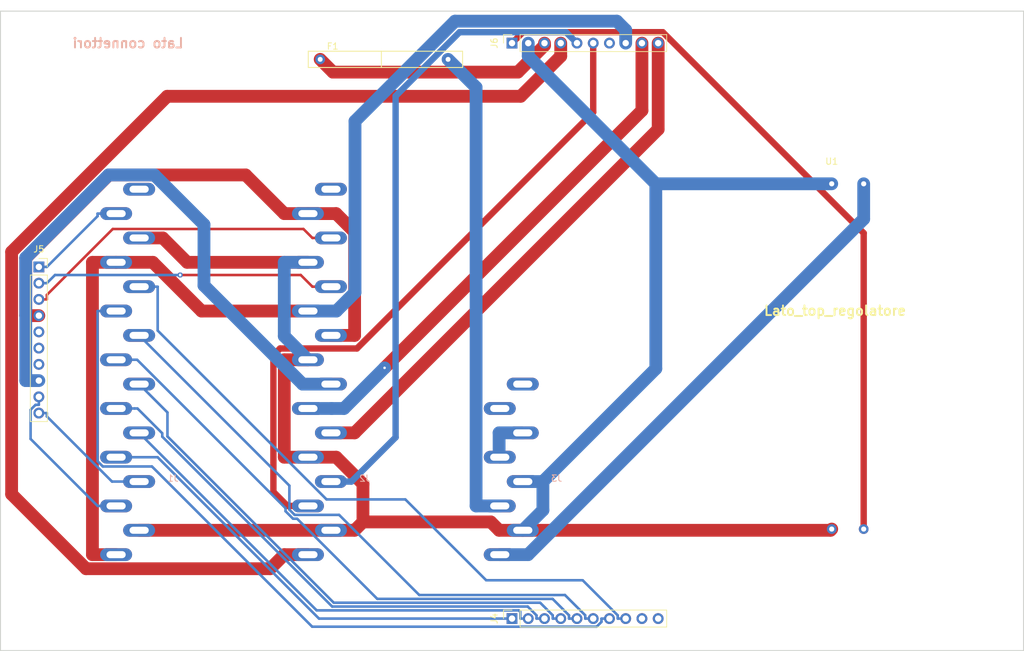
<source format=kicad_pcb>
(kicad_pcb (version 20171130) (host pcbnew "(5.0.2)-1")

  (general
    (thickness 1.6)
    (drawings 6)
    (tracks 196)
    (zones 0)
    (modules 8)
    (nets 38)
  )

  (page A4)
  (layers
    (0 F.Cu signal)
    (31 B.Cu signal)
    (32 B.Adhes user)
    (33 F.Adhes user)
    (34 B.Paste user)
    (35 F.Paste user)
    (36 B.SilkS user)
    (37 F.SilkS user)
    (38 B.Mask user)
    (39 F.Mask user)
    (40 Dwgs.User user)
    (41 Cmts.User user)
    (42 Eco1.User user)
    (43 Eco2.User user)
    (44 Edge.Cuts user)
    (45 Margin user)
    (46 B.CrtYd user)
    (47 F.CrtYd user)
    (48 B.Fab user)
    (49 F.Fab user)
  )

  (setup
    (last_trace_width 0.4)
    (trace_clearance 0.2)
    (zone_clearance 0.508)
    (zone_45_only no)
    (trace_min 0.2)
    (segment_width 0.2)
    (edge_width 0.15)
    (via_size 0.8)
    (via_drill 0.4)
    (via_min_size 0.4)
    (via_min_drill 0.3)
    (uvia_size 0.3)
    (uvia_drill 0.1)
    (uvias_allowed no)
    (uvia_min_size 0.2)
    (uvia_min_drill 0.1)
    (pcb_text_width 0.3)
    (pcb_text_size 1.5 1.5)
    (mod_edge_width 0.15)
    (mod_text_size 1 1)
    (mod_text_width 0.15)
    (pad_size 1.524 1.524)
    (pad_drill 0.762)
    (pad_to_mask_clearance 0.051)
    (solder_mask_min_width 0.25)
    (aux_axis_origin 0 0)
    (visible_elements 7FFFFFFF)
    (pcbplotparams
      (layerselection 0x010fc_ffffffff)
      (usegerberextensions false)
      (usegerberattributes false)
      (usegerberadvancedattributes false)
      (creategerberjobfile false)
      (excludeedgelayer true)
      (linewidth 0.100000)
      (plotframeref false)
      (viasonmask false)
      (mode 1)
      (useauxorigin false)
      (hpglpennumber 1)
      (hpglpenspeed 20)
      (hpglpendiameter 15.000000)
      (psnegative false)
      (psa4output false)
      (plotreference true)
      (plotvalue true)
      (plotinvisibletext false)
      (padsonsilk false)
      (subtractmaskfromsilk false)
      (outputformat 1)
      (mirror false)
      (drillshape 0)
      (scaleselection 1)
      (outputdirectory "../../Gerber/Board_101120/connettori/"))
  )

  (net 0 "")
  (net 1 CELLA+)
  (net 2 giallo)
  (net 3 "Net-(J3-Pad7)")
  (net 4 "Net-(J3-Pad8)")
  (net 5 +5V)
  (net 6 SDA)
  (net 7 SCL)
  (net 8 R0)
  (net 9 R1)
  (net 10 R2)
  (net 11 R3)
  (net 12 KC0)
  (net 13 KC1)
  (net 14 KC2)
  (net 15 KC3)
  (net 16 DHT11)
  (net 17 "Net-(J1-Pad16)")
  (net 18 "Net-(J2-Pad16)")
  (net 19 gallIN)
  (net 20 startIN)
  (net 21 LEDrosso)
  (net 22 VCCventola)
  (net 23 GND)
  (net 24 LEDverde)
  (net 25 ET1_A10)
  (net 26 "Net-(J4-Pad9)")
  (net 27 "Net-(J4-Pad10)")
  (net 28 "Net-(J5-Pad7)")
  (net 29 "Net-(J5-Pad6)")
  (net 30 "Net-(J5-Pad5)")
  (net 31 Vin_Arduino)
  (net 32 ET2_A9)
  (net 33 CellaFUS)
  (net 34 +24V)
  (net 35 24_EM)
  (net 36 startOUT)
  (net 37 "Net-(J6-Pad7)")

  (net_class Default "This is the default net class."
    (clearance 0.2)
    (trace_width 0.4)
    (via_dia 0.8)
    (via_drill 0.4)
    (uvia_dia 0.3)
    (uvia_drill 0.1)
    (add_net DHT11)
    (add_net ET1_A10)
    (add_net ET2_A9)
    (add_net KC0)
    (add_net KC1)
    (add_net KC2)
    (add_net KC3)
    (add_net "Net-(J1-Pad16)")
    (add_net "Net-(J2-Pad16)")
    (add_net "Net-(J3-Pad7)")
    (add_net "Net-(J3-Pad8)")
    (add_net "Net-(J4-Pad10)")
    (add_net "Net-(J4-Pad9)")
    (add_net "Net-(J5-Pad5)")
    (add_net "Net-(J5-Pad6)")
    (add_net "Net-(J5-Pad7)")
    (add_net "Net-(J6-Pad7)")
    (add_net R0)
    (add_net R1)
    (add_net R2)
    (add_net R3)
    (add_net SCL)
    (add_net SDA)
  )

  (net_class Power ""
    (clearance 0.2)
    (trace_width 2)
    (via_dia 1)
    (via_drill 0.4)
    (uvia_dia 0.3)
    (uvia_drill 0.1)
    (add_net +24V)
    (add_net +5V)
    (add_net 24_EM)
    (add_net CELLA+)
    (add_net CellaFUS)
    (add_net GND)
    (add_net VCCventola)
    (add_net gallIN)
    (add_net giallo)
    (add_net startIN)
    (add_net startOUT)
  )

  (net_class semipower ""
    (clearance 0.2)
    (trace_width 1)
    (via_dia 0.8)
    (via_drill 0.4)
    (uvia_dia 0.3)
    (uvia_drill 0.1)
    (add_net LEDrosso)
    (add_net LEDverde)
    (add_net Vin_Arduino)
  )

  (module Steplab:Power_orvim (layer F.Cu) (tedit 5FAA4A5F) (tstamp 5FAF62B3)
    (at 130 23)
    (path /5FA21C1A)
    (fp_text reference U1 (at 0 0.5) (layer F.SilkS)
      (effects (font (size 1 1) (thickness 0.15)))
    )
    (fp_text value Power_orvim (at 0 -0.5) (layer F.Fab)
      (effects (font (size 1 1) (thickness 0.15)))
    )
    (pad 2 thru_hole circle (at 0 4) (size 1.524 1.524) (drill 0.8) (layers *.Cu *.Mask)
      (net 23 GND))
    (pad 1 thru_hole circle (at 5 4) (size 1.524 1.524) (drill 0.8) (layers *.Cu *.Mask)
      (net 34 +24V))
    (pad 4 thru_hole circle (at 0 58) (size 1.524 1.524) (drill 0.8) (layers *.Cu *.Mask)
      (net 23 GND))
    (pad 3 thru_hole circle (at 5 58) (size 1.524 1.524) (drill 0.8) (layers *.Cu *.Mask)
      (net 31 Vin_Arduino))
  )

  (module Steplab:fusibile_18mm (layer F.Cu) (tedit 5FAACDA6) (tstamp 5FAFCD14)
    (at 51.95 5)
    (path /5FA2CC02)
    (fp_text reference F1 (at 0 0.5) (layer F.SilkS)
      (effects (font (size 1 1) (thickness 0.15)))
    )
    (fp_text value Fuse (at 0 -0.5) (layer F.Fab)
      (effects (font (size 1 1) (thickness 0.15)))
    )
    (fp_line (start -3.81 1.27) (end -3.81 3.81) (layer F.SilkS) (width 0.15))
    (fp_line (start -3.81 3.81) (end 7.62 3.81) (layer F.SilkS) (width 0.15))
    (fp_line (start 7.62 3.81) (end 7.62 1.27) (layer F.SilkS) (width 0.15))
    (fp_line (start 7.62 1.27) (end -3.81 1.27) (layer F.SilkS) (width 0.15))
    (fp_line (start 7.62 1.27) (end 20.32 1.27) (layer F.SilkS) (width 0.15))
    (fp_line (start 20.32 1.27) (end 20.32 3.81) (layer F.SilkS) (width 0.15))
    (fp_line (start 20.32 3.81) (end 7.62 3.81) (layer F.SilkS) (width 0.15))
    (pad 1 thru_hole circle (at -1.95 2.54) (size 1.524 1.524) (drill 0.762) (layers *.Cu *.Mask)
      (net 1 CELLA+))
    (pad 2 thru_hole circle (at 18.05 2.54) (size 1.524 1.524) (drill 0.762) (layers *.Cu *.Mask)
      (net 33 CellaFUS))
  )

  (module Connector_PinSocket_2.54mm:PinSocket_1x10_P2.54mm_Vertical (layer F.Cu) (tedit 5A19A425) (tstamp 5FA29099)
    (at 80 5 90)
    (descr "Through hole straight socket strip, 1x10, 2.54mm pitch, single row (from Kicad 4.0.7), script generated")
    (tags "Through hole socket strip THT 1x10 2.54mm single row")
    (path /5FA3494D)
    (fp_text reference J6 (at 0 -2.77 90) (layer F.SilkS)
      (effects (font (size 1 1) (thickness 0.15)))
    )
    (fp_text value power_rele_up_dw (at 0 25.63 90) (layer F.Fab)
      (effects (font (size 1 1) (thickness 0.15)))
    )
    (fp_line (start -1.27 -1.27) (end 0.635 -1.27) (layer F.Fab) (width 0.1))
    (fp_line (start 0.635 -1.27) (end 1.27 -0.635) (layer F.Fab) (width 0.1))
    (fp_line (start 1.27 -0.635) (end 1.27 24.13) (layer F.Fab) (width 0.1))
    (fp_line (start 1.27 24.13) (end -1.27 24.13) (layer F.Fab) (width 0.1))
    (fp_line (start -1.27 24.13) (end -1.27 -1.27) (layer F.Fab) (width 0.1))
    (fp_line (start -1.33 1.27) (end 1.33 1.27) (layer F.SilkS) (width 0.12))
    (fp_line (start -1.33 1.27) (end -1.33 24.19) (layer F.SilkS) (width 0.12))
    (fp_line (start -1.33 24.19) (end 1.33 24.19) (layer F.SilkS) (width 0.12))
    (fp_line (start 1.33 1.27) (end 1.33 24.19) (layer F.SilkS) (width 0.12))
    (fp_line (start 1.33 -1.33) (end 1.33 0) (layer F.SilkS) (width 0.12))
    (fp_line (start 0 -1.33) (end 1.33 -1.33) (layer F.SilkS) (width 0.12))
    (fp_line (start -1.8 -1.8) (end 1.75 -1.8) (layer F.CrtYd) (width 0.05))
    (fp_line (start 1.75 -1.8) (end 1.75 24.6) (layer F.CrtYd) (width 0.05))
    (fp_line (start 1.75 24.6) (end -1.8 24.6) (layer F.CrtYd) (width 0.05))
    (fp_line (start -1.8 24.6) (end -1.8 -1.8) (layer F.CrtYd) (width 0.05))
    (fp_text user %R (at 0 11.43 180) (layer F.Fab)
      (effects (font (size 1 1) (thickness 0.15)))
    )
    (pad 1 thru_hole rect (at 0 0 90) (size 1.7 1.7) (drill 1) (layers *.Cu *.Mask)
      (net 31 Vin_Arduino))
    (pad 2 thru_hole oval (at 0 2.54 90) (size 1.7 1.7) (drill 1) (layers *.Cu *.Mask)
      (net 23 GND))
    (pad 3 thru_hole oval (at 0 5.08 90) (size 1.7 1.7) (drill 1) (layers *.Cu *.Mask)
      (net 1 CELLA+))
    (pad 4 thru_hole oval (at 0 7.62 90) (size 1.7 1.7) (drill 1) (layers *.Cu *.Mask)
      (net 22 VCCventola))
    (pad 5 thru_hole oval (at 0 10.16 90) (size 1.7 1.7) (drill 1) (layers *.Cu *.Mask)
      (net 21 LEDrosso))
    (pad 6 thru_hole oval (at 0 12.7 90) (size 1.7 1.7) (drill 1) (layers *.Cu *.Mask)
      (net 24 LEDverde))
    (pad 7 thru_hole oval (at 0 15.24 90) (size 1.7 1.7) (drill 1) (layers *.Cu *.Mask)
      (net 37 "Net-(J6-Pad7)"))
    (pad 8 thru_hole oval (at 0 17.78 90) (size 1.7 1.7) (drill 1) (layers *.Cu *.Mask)
      (net 5 +5V))
    (pad 9 thru_hole oval (at 0 20.32 90) (size 1.7 1.7) (drill 1) (layers *.Cu *.Mask)
      (net 36 startOUT))
    (pad 10 thru_hole oval (at 0 22.86 90) (size 1.7 1.7) (drill 1) (layers *.Cu *.Mask)
      (net 20 startIN))
    (model ${KISYS3DMOD}/Connector_PinSocket_2.54mm.3dshapes/PinSocket_1x10_P2.54mm_Vertical.wrl
      (at (xyz 0 0 0))
      (scale (xyz 1 1 1))
      (rotate (xyz 0 0 0))
    )
  )

  (module Connector_PinSocket_2.54mm:PinSocket_1x10_P2.54mm_Vertical (layer F.Cu) (tedit 5A19A425) (tstamp 5FA2907B)
    (at 6 40)
    (descr "Through hole straight socket strip, 1x10, 2.54mm pitch, single row (from Kicad 4.0.7), script generated")
    (tags "Through hole socket strip THT 1x10 2.54mm single row")
    (path /5FA2E021)
    (fp_text reference J5 (at 0 -2.77) (layer F.SilkS)
      (effects (font (size 1 1) (thickness 0.15)))
    )
    (fp_text value sens_up_dw (at 0 25.63) (layer F.Fab)
      (effects (font (size 1 1) (thickness 0.15)))
    )
    (fp_text user %R (at 0 11.43 90) (layer F.Fab)
      (effects (font (size 1 1) (thickness 0.15)))
    )
    (fp_line (start -1.8 24.6) (end -1.8 -1.8) (layer F.CrtYd) (width 0.05))
    (fp_line (start 1.75 24.6) (end -1.8 24.6) (layer F.CrtYd) (width 0.05))
    (fp_line (start 1.75 -1.8) (end 1.75 24.6) (layer F.CrtYd) (width 0.05))
    (fp_line (start -1.8 -1.8) (end 1.75 -1.8) (layer F.CrtYd) (width 0.05))
    (fp_line (start 0 -1.33) (end 1.33 -1.33) (layer F.SilkS) (width 0.12))
    (fp_line (start 1.33 -1.33) (end 1.33 0) (layer F.SilkS) (width 0.12))
    (fp_line (start 1.33 1.27) (end 1.33 24.19) (layer F.SilkS) (width 0.12))
    (fp_line (start -1.33 24.19) (end 1.33 24.19) (layer F.SilkS) (width 0.12))
    (fp_line (start -1.33 1.27) (end -1.33 24.19) (layer F.SilkS) (width 0.12))
    (fp_line (start -1.33 1.27) (end 1.33 1.27) (layer F.SilkS) (width 0.12))
    (fp_line (start -1.27 24.13) (end -1.27 -1.27) (layer F.Fab) (width 0.1))
    (fp_line (start 1.27 24.13) (end -1.27 24.13) (layer F.Fab) (width 0.1))
    (fp_line (start 1.27 -0.635) (end 1.27 24.13) (layer F.Fab) (width 0.1))
    (fp_line (start 0.635 -1.27) (end 1.27 -0.635) (layer F.Fab) (width 0.1))
    (fp_line (start -1.27 -1.27) (end 0.635 -1.27) (layer F.Fab) (width 0.1))
    (pad 10 thru_hole oval (at 0 22.86) (size 1.7 1.7) (drill 1) (layers *.Cu *.Mask)
      (net 7 SCL))
    (pad 9 thru_hole oval (at 0 20.32) (size 1.7 1.7) (drill 1) (layers *.Cu *.Mask)
      (net 6 SDA))
    (pad 8 thru_hole oval (at 0 17.78) (size 1.7 1.7) (drill 1) (layers *.Cu *.Mask)
      (net 19 gallIN))
    (pad 7 thru_hole oval (at 0 15.24) (size 1.7 1.7) (drill 1) (layers *.Cu *.Mask)
      (net 28 "Net-(J5-Pad7)"))
    (pad 6 thru_hole oval (at 0 12.7) (size 1.7 1.7) (drill 1) (layers *.Cu *.Mask)
      (net 29 "Net-(J5-Pad6)"))
    (pad 5 thru_hole oval (at 0 10.16) (size 1.7 1.7) (drill 1) (layers *.Cu *.Mask)
      (net 30 "Net-(J5-Pad5)"))
    (pad 4 thru_hole oval (at 0 7.62) (size 1.7 1.7) (drill 1) (layers *.Cu *.Mask)
      (net 35 24_EM))
    (pad 3 thru_hole oval (at 0 5.08) (size 1.7 1.7) (drill 1) (layers *.Cu *.Mask)
      (net 32 ET2_A9))
    (pad 2 thru_hole oval (at 0 2.54) (size 1.7 1.7) (drill 1) (layers *.Cu *.Mask)
      (net 25 ET1_A10))
    (pad 1 thru_hole rect (at 0 0) (size 1.7 1.7) (drill 1) (layers *.Cu *.Mask)
      (net 16 DHT11))
    (model ${KISYS3DMOD}/Connector_PinSocket_2.54mm.3dshapes/PinSocket_1x10_P2.54mm_Vertical.wrl
      (at (xyz 0 0 0))
      (scale (xyz 1 1 1))
      (rotate (xyz 0 0 0))
    )
  )

  (module Connector_PinSocket_2.54mm:PinSocket_1x10_P2.54mm_Vertical (layer F.Cu) (tedit 5A19A425) (tstamp 5FA2905D)
    (at 80 95 90)
    (descr "Through hole straight socket strip, 1x10, 2.54mm pitch, single row (from Kicad 4.0.7), script generated")
    (tags "Through hole socket strip THT 1x10 2.54mm single row")
    (path /5FA2BD30)
    (fp_text reference J4 (at 0 -2.77 90) (layer F.SilkS)
      (effects (font (size 1 1) (thickness 0.15)))
    )
    (fp_text value kb_up_dw (at 0 25.63 90) (layer F.Fab)
      (effects (font (size 1 1) (thickness 0.15)))
    )
    (fp_line (start -1.27 -1.27) (end 0.635 -1.27) (layer F.Fab) (width 0.1))
    (fp_line (start 0.635 -1.27) (end 1.27 -0.635) (layer F.Fab) (width 0.1))
    (fp_line (start 1.27 -0.635) (end 1.27 24.13) (layer F.Fab) (width 0.1))
    (fp_line (start 1.27 24.13) (end -1.27 24.13) (layer F.Fab) (width 0.1))
    (fp_line (start -1.27 24.13) (end -1.27 -1.27) (layer F.Fab) (width 0.1))
    (fp_line (start -1.33 1.27) (end 1.33 1.27) (layer F.SilkS) (width 0.12))
    (fp_line (start -1.33 1.27) (end -1.33 24.19) (layer F.SilkS) (width 0.12))
    (fp_line (start -1.33 24.19) (end 1.33 24.19) (layer F.SilkS) (width 0.12))
    (fp_line (start 1.33 1.27) (end 1.33 24.19) (layer F.SilkS) (width 0.12))
    (fp_line (start 1.33 -1.33) (end 1.33 0) (layer F.SilkS) (width 0.12))
    (fp_line (start 0 -1.33) (end 1.33 -1.33) (layer F.SilkS) (width 0.12))
    (fp_line (start -1.8 -1.8) (end 1.75 -1.8) (layer F.CrtYd) (width 0.05))
    (fp_line (start 1.75 -1.8) (end 1.75 24.6) (layer F.CrtYd) (width 0.05))
    (fp_line (start 1.75 24.6) (end -1.8 24.6) (layer F.CrtYd) (width 0.05))
    (fp_line (start -1.8 24.6) (end -1.8 -1.8) (layer F.CrtYd) (width 0.05))
    (fp_text user %R (at 0 11.43 180) (layer F.Fab)
      (effects (font (size 1 1) (thickness 0.15)))
    )
    (pad 1 thru_hole rect (at 0 0 90) (size 1.7 1.7) (drill 1) (layers *.Cu *.Mask)
      (net 8 R0))
    (pad 2 thru_hole oval (at 0 2.54 90) (size 1.7 1.7) (drill 1) (layers *.Cu *.Mask)
      (net 9 R1))
    (pad 3 thru_hole oval (at 0 5.08 90) (size 1.7 1.7) (drill 1) (layers *.Cu *.Mask)
      (net 10 R2))
    (pad 4 thru_hole oval (at 0 7.62 90) (size 1.7 1.7) (drill 1) (layers *.Cu *.Mask)
      (net 11 R3))
    (pad 5 thru_hole oval (at 0 10.16 90) (size 1.7 1.7) (drill 1) (layers *.Cu *.Mask)
      (net 12 KC0))
    (pad 6 thru_hole oval (at 0 12.7 90) (size 1.7 1.7) (drill 1) (layers *.Cu *.Mask)
      (net 13 KC1))
    (pad 7 thru_hole oval (at 0 15.24 90) (size 1.7 1.7) (drill 1) (layers *.Cu *.Mask)
      (net 14 KC2))
    (pad 8 thru_hole oval (at 0 17.78 90) (size 1.7 1.7) (drill 1) (layers *.Cu *.Mask)
      (net 15 KC3))
    (pad 9 thru_hole oval (at 0 20.32 90) (size 1.7 1.7) (drill 1) (layers *.Cu *.Mask)
      (net 26 "Net-(J4-Pad9)"))
    (pad 10 thru_hole oval (at 0 22.86 90) (size 1.7 1.7) (drill 1) (layers *.Cu *.Mask)
      (net 27 "Net-(J4-Pad10)"))
    (model ${KISYS3DMOD}/Connector_PinSocket_2.54mm.3dshapes/PinSocket_1x10_P2.54mm_Vertical.wrl
      (at (xyz 0 0 0))
      (scale (xyz 1 1 1))
      (rotate (xyz 0 0 0))
    )
  )

  (module Steplab:Phoenix_1829471 (layer F.Cu) (tedit 5FA17126) (tstamp 5FAECEF9)
    (at 52 68.5137 180)
    (path /5FA214E0)
    (fp_text reference J2 (at -4.973448 -4.556262) (layer B.SilkS)
      (effects (font (size 1 1) (thickness 0.15)) (justify mirror))
    )
    (fp_text value Conn_01x16_Male (at -4.973448 -5.556262) (layer B.Fab)
      (effects (font (size 1 1) (thickness 0.15)) (justify mirror))
    )
    (pad 16 thru_hole oval (at 0.316552 40.663738) (size 5 2) (drill oval 3 1.1) (layers *.Cu *.Mask)
      (net 18 "Net-(J2-Pad16)"))
    (pad 15 thru_hole oval (at 3.916552 36.853738) (size 5 2) (drill oval 3 1.1) (layers *.Cu *.Mask)
      (net 35 24_EM))
    (pad 14 thru_hole oval (at 0.316552 33.043738) (size 5 2) (drill oval 3 1.1) (layers *.Cu *.Mask)
      (net 32 ET2_A9))
    (pad 13 thru_hole oval (at 3.916552 29.233738) (size 5 2) (drill oval 3 1.1) (layers *.Cu *.Mask)
      (net 23 GND))
    (pad 12 thru_hole oval (at 0.316552 25.423738) (size 5 2) (drill oval 3 1.1) (layers *.Cu *.Mask)
      (net 25 ET1_A10))
    (pad 11 thru_hole oval (at 3.916552 21.613738) (size 5 2) (drill oval 3 1.1) (layers *.Cu *.Mask)
      (net 5 +5V))
    (pad 10 thru_hole oval (at 0.316552 17.803738) (size 5 2) (drill oval 3 1.1) (layers *.Cu *.Mask)
      (net 35 24_EM))
    (pad 9 thru_hole oval (at 3.916552 13.993738) (size 5 2) (drill oval 3 1.1) (layers *.Cu *.Mask)
      (net 23 GND))
    (pad 8 thru_hole oval (at 0.316552 10.183738) (size 5 2) (drill oval 3 1.1) (layers *.Cu *.Mask)
      (net 19 gallIN))
    (pad 7 thru_hole oval (at 3.916552 6.373738) (size 5 2) (drill oval 3 1.1) (layers *.Cu *.Mask)
      (net 36 startOUT))
    (pad 6 thru_hole oval (at 0.316552 2.563738) (size 5 2) (drill oval 3 1.1) (layers *.Cu *.Mask)
      (net 20 startIN))
    (pad 5 thru_hole oval (at 3.916552 -1.246262) (size 5 2) (drill oval 3 1.1) (layers *.Cu *.Mask)
      (net 23 GND))
    (pad 4 thru_hole oval (at 0.316552 -5.056262) (size 5 2) (drill oval 3 1.1) (layers *.Cu *.Mask)
      (net 21 LEDrosso))
    (pad 3 thru_hole oval (at 3.916552 -8.866262) (size 5 2) (drill oval 3 1.1) (layers *.Cu *.Mask)
      (net 24 LEDverde))
    (pad 2 thru_hole oval (at 0.316552 -12.676262) (size 5 2) (drill oval 3 1.1) (layers *.Cu *.Mask)
      (net 23 GND))
    (pad 1 thru_hole oval (at 3.916552 -16.486262) (size 5 2) (drill oval 3 1.1) (layers *.Cu *.Mask)
      (net 22 VCCventola))
  )

  (module Steplab:Phoenix_1829471 (layer F.Cu) (tedit 5FA2A483) (tstamp 5FAECEE5)
    (at 22 68.5137 180)
    (path /5FA21490)
    (fp_text reference J1 (at -4.973448 -4.556262) (layer B.SilkS)
      (effects (font (size 1 1) (thickness 0.15)) (justify mirror))
    )
    (fp_text value Conn_01x16_Male (at -4.973448 -5.556262) (layer B.Fab)
      (effects (font (size 1 1) (thickness 0.15)) (justify mirror))
    )
    (pad 1 thru_hole oval (at 3.916552 -16.486262) (size 5 2) (drill oval 3 1.1) (layers *.Cu *.Mask)
      (net 5 +5V))
    (pad 2 thru_hole oval (at 0.316552 -12.676262) (size 5 2) (drill oval 3 1.1) (layers *.Cu *.Mask)
      (net 23 GND))
    (pad 3 thru_hole oval (at 3.916552 -8.866262) (size 5 2) (drill oval 3 1.1) (layers *.Cu *.Mask)
      (net 6 SDA))
    (pad 4 thru_hole oval (at 0.316552 -5.056262) (size 5 2) (drill oval 3 1.1) (layers *.Cu *.Mask)
      (net 7 SCL))
    (pad 5 thru_hole oval (at 3.916552 -1.246262) (size 5 2) (drill oval 3 1.1) (layers *.Cu *.Mask)
      (net 8 R0))
    (pad 6 thru_hole oval (at 0.316552 2.563738) (size 5 2) (drill oval 3 1.1) (layers *.Cu *.Mask)
      (net 9 R1))
    (pad 7 thru_hole oval (at 3.916552 6.373738) (size 5 2) (drill oval 3 1.1) (layers *.Cu *.Mask)
      (net 10 R2))
    (pad 8 thru_hole oval (at 0.316552 10.183738) (size 5 2) (drill oval 3 1.1) (layers *.Cu *.Mask)
      (net 11 R3))
    (pad 9 thru_hole oval (at 3.916552 13.993738) (size 5 2) (drill oval 3 1.1) (layers *.Cu *.Mask)
      (net 12 KC0))
    (pad 10 thru_hole oval (at 0.316552 17.803738) (size 5 2) (drill oval 3 1.1) (layers *.Cu *.Mask)
      (net 13 KC1))
    (pad 11 thru_hole oval (at 3.916552 21.613738) (size 5 2) (drill oval 3 1.1) (layers *.Cu *.Mask)
      (net 14 KC2))
    (pad 12 thru_hole oval (at 0.316552 25.423738) (size 5 2) (drill oval 3 1.1) (layers *.Cu *.Mask)
      (net 15 KC3))
    (pad 13 thru_hole oval (at 3.916552 29.233738) (size 5 2) (drill oval 3 1.1) (layers *.Cu *.Mask)
      (net 5 +5V))
    (pad 14 thru_hole oval (at 0.316552 33.043738) (size 5 2) (drill oval 3 1.1) (layers *.Cu *.Mask)
      (net 23 GND))
    (pad 15 thru_hole oval (at 3.916552 36.853738) (size 5 2) (drill oval 3 1.1) (layers *.Cu *.Mask)
      (net 16 DHT11))
    (pad 16 thru_hole oval (at 0.316552 40.663738) (size 5 2) (drill oval 3 1.1) (layers *.Cu *.Mask)
      (net 17 "Net-(J1-Pad16)"))
  )

  (module Steplab:Phoenix_1829471_8pin (layer F.Cu) (tedit 5FA17226) (tstamp 5FAECED1)
    (at 82 68.5137 180)
    (path /5FA21561)
    (fp_text reference J3 (at -4.973448 -4.556262) (layer B.SilkS)
      (effects (font (size 1 1) (thickness 0.15)) (justify mirror))
    )
    (fp_text value Conn_01x08_Male (at -4.973448 -5.556262) (layer B.Fab)
      (effects (font (size 1 1) (thickness 0.15)) (justify mirror))
    )
    (pad 1 thru_hole oval (at 3.916552 -16.486262) (size 5 2) (drill oval 3 1.1) (layers *.Cu *.Mask)
      (net 34 +24V))
    (pad 2 thru_hole oval (at 0.316552 -12.676262) (size 5 2) (drill oval 3 1.1) (layers *.Cu *.Mask)
      (net 23 GND))
    (pad 3 thru_hole oval (at 3.916552 -8.866262) (size 5 2) (drill oval 3 1.1) (layers *.Cu *.Mask)
      (net 33 CellaFUS))
    (pad 4 thru_hole oval (at 0.316552 -5.056262) (size 5 2) (drill oval 3 1.1) (layers *.Cu *.Mask)
      (net 23 GND))
    (pad 5 thru_hole oval (at 3.916552 -1.246262) (size 5 2) (drill oval 3 1.1) (layers *.Cu *.Mask)
      (net 2 giallo))
    (pad 6 thru_hole oval (at 0.316552 2.563738) (size 5 2) (drill oval 3 1.1) (layers *.Cu *.Mask)
      (net 2 giallo))
    (pad 7 thru_hole oval (at 3.916552 6.373738) (size 5 2) (drill oval 3 1.1) (layers *.Cu *.Mask)
      (net 3 "Net-(J3-Pad7)"))
    (pad 8 thru_hole oval (at 0.316552 10.183738) (size 5 2) (drill oval 3 1.1) (layers *.Cu *.Mask)
      (net 4 "Net-(J3-Pad8)"))
  )

  (gr_text "Lato connettori" (at 19.94 5) (layer B.SilkS)
    (effects (font (size 1.5 1.5) (thickness 0.3)) (justify mirror))
  )
  (gr_text "Lato_top_regolatore\n" (at 130.52 46.85) (layer F.SilkS)
    (effects (font (size 1.5 1.5) (thickness 0.3)))
  )
  (gr_line (start 0 0) (end 160 0) (layer Edge.Cuts) (width 0.15))
  (gr_line (start 160 0) (end 160 100) (layer Edge.Cuts) (width 0.15))
  (gr_line (start 0 100) (end 160 100) (layer Edge.Cuts) (width 0.15))
  (gr_line (start 0 0) (end 0 100) (layer Edge.Cuts) (width 0.15))

  (segment (start 85.08 5) (end 85.08 5.3696) (width 2) (layer F.Cu) (net 1))
  (segment (start 85.08 5.3696) (end 80.9143 9.5353) (width 2) (layer F.Cu) (net 1))
  (segment (start 80.9143 9.5353) (end 51.9953 9.5353) (width 2) (layer F.Cu) (net 1))
  (segment (start 51.9953 9.5353) (end 50 7.54) (width 2) (layer F.Cu) (net 1))
  (segment (start 81.6834 65.95) (end 77.9831 65.95) (width 2) (layer B.Cu) (net 2))
  (segment (start 77.9831 65.95) (end 77.9831 69.6597) (width 2) (layer B.Cu) (net 2))
  (segment (start 77.9831 69.6597) (end 78.0834 69.76) (width 2) (layer B.Cu) (net 2))
  (segment (start 18.0834 85) (end 14.3831 85) (width 2) (layer F.Cu) (net 5))
  (segment (start 18.0834 39.28) (end 14.3831 39.28) (width 2) (layer F.Cu) (net 5))
  (segment (start 14.3831 39.28) (end 14.3831 85) (width 2) (layer F.Cu) (net 5))
  (segment (start 48.0834 46.9) (end 31.4479 46.9) (width 2) (layer F.Cu) (net 5))
  (segment (start 31.4479 46.9) (end 23.8279 39.28) (width 2) (layer F.Cu) (net 5))
  (segment (start 23.8279 39.28) (end 18.0834 39.28) (width 2) (layer F.Cu) (net 5))
  (segment (start 97.78 5) (end 97.78 2.9497) (width 2) (layer B.Cu) (net 5))
  (segment (start 48.0834 46.9) (end 52.5321 46.9) (width 2) (layer B.Cu) (net 5))
  (segment (start 52.5321 46.9) (end 55.4456 43.9865) (width 2) (layer B.Cu) (net 5))
  (segment (start 55.4456 43.9865) (end 55.4456 17.2015) (width 2) (layer B.Cu) (net 5))
  (segment (start 55.4456 17.2015) (end 71.0806 1.5665) (width 2) (layer B.Cu) (net 5))
  (segment (start 71.0806 1.5665) (end 96.3968 1.5665) (width 2) (layer B.Cu) (net 5))
  (segment (start 96.3968 1.5665) (end 97.78 2.9497) (width 2) (layer B.Cu) (net 5))
  (segment (start 6 60.32) (end 6 61.5703) (width 0.4) (layer B.Cu) (net 6))
  (segment (start 18.0834 77.38) (end 15.1831 77.38) (width 0.4) (layer B.Cu) (net 6))
  (segment (start 15.1831 77.38) (end 4.7104 66.9073) (width 0.4) (layer B.Cu) (net 6))
  (segment (start 4.7104 66.9073) (end 4.7104 62.3418) (width 0.4) (layer B.Cu) (net 6))
  (segment (start 4.7104 62.3418) (end 5.4819 61.5703) (width 0.4) (layer B.Cu) (net 6))
  (segment (start 5.4819 61.5703) (end 6 61.5703) (width 0.4) (layer B.Cu) (net 6))
  (segment (start 6 62.86) (end 7.2503 62.86) (width 0.4) (layer B.Cu) (net 7))
  (segment (start 21.6834 73.57) (end 17.4422 73.57) (width 0.4) (layer B.Cu) (net 7))
  (segment (start 17.4422 73.57) (end 7.2503 63.3781) (width 0.4) (layer B.Cu) (net 7))
  (segment (start 7.2503 63.3781) (end 7.2503 62.86) (width 0.4) (layer B.Cu) (net 7))
  (segment (start 80 95) (end 49.8132 95) (width 0.4) (layer B.Cu) (net 8))
  (segment (start 49.8132 95) (end 24.5732 69.76) (width 0.4) (layer B.Cu) (net 8))
  (segment (start 24.5732 69.76) (end 18.0834 69.76) (width 0.4) (layer B.Cu) (net 8))
  (segment (start 81.2897 95) (end 81.2897 93.9327) (width 0.4) (layer B.Cu) (net 9))
  (segment (start 81.2897 93.9327) (end 81.0736 93.7166) (width 0.4) (layer B.Cu) (net 9))
  (segment (start 81.0736 93.7166) (end 49.45 93.7166) (width 0.4) (layer B.Cu) (net 9))
  (segment (start 49.45 93.7166) (end 21.6834 65.95) (width 0.4) (layer B.Cu) (net 9))
  (segment (start 82.54 95) (end 81.2897 95) (width 0.4) (layer B.Cu) (net 9))
  (segment (start 83.8297 95) (end 83.8297 94.4874) (width 0.4) (layer B.Cu) (net 10))
  (segment (start 83.8297 94.4874) (end 82.4586 93.1163) (width 0.4) (layer B.Cu) (net 10))
  (segment (start 82.4586 93.1163) (end 51.8702 93.1163) (width 0.4) (layer B.Cu) (net 10))
  (segment (start 51.8702 93.1163) (end 25.3009 66.547) (width 0.4) (layer B.Cu) (net 10))
  (segment (start 25.3009 66.547) (end 25.3009 66.0163) (width 0.4) (layer B.Cu) (net 10))
  (segment (start 25.3009 66.0163) (end 21.4246 62.14) (width 0.4) (layer B.Cu) (net 10))
  (segment (start 21.4246 62.14) (end 20.9837 62.14) (width 0.4) (layer B.Cu) (net 10))
  (segment (start 85.08 95) (end 83.8297 95) (width 0.4) (layer B.Cu) (net 10))
  (segment (start 18.0834 62.14) (end 20.9837 62.14) (width 0.4) (layer B.Cu) (net 10))
  (segment (start 86.3697 95) (end 86.3697 94.4819) (width 0.4) (layer B.Cu) (net 11))
  (segment (start 86.3697 94.4819) (end 84.4038 92.516) (width 0.4) (layer B.Cu) (net 11))
  (segment (start 84.4038 92.516) (end 52.1189 92.516) (width 0.4) (layer B.Cu) (net 11))
  (segment (start 52.1189 92.516) (end 26.1135 66.5106) (width 0.4) (layer B.Cu) (net 11))
  (segment (start 26.1135 66.5106) (end 26.1135 62.7601) (width 0.4) (layer B.Cu) (net 11))
  (segment (start 26.1135 62.7601) (end 21.6834 58.33) (width 0.4) (layer B.Cu) (net 11))
  (segment (start 87.62 95) (end 86.3697 95) (width 0.4) (layer B.Cu) (net 11))
  (segment (start 18.0834 54.52) (end 21.3732 54.52) (width 0.4) (layer B.Cu) (net 12))
  (segment (start 21.3732 54.52) (end 44.5828 77.7296) (width 0.4) (layer B.Cu) (net 12))
  (segment (start 44.5828 77.7296) (end 44.5828 78.2086) (width 0.4) (layer B.Cu) (net 12))
  (segment (start 44.5828 78.2086) (end 45.7548 79.3806) (width 0.4) (layer B.Cu) (net 12))
  (segment (start 45.7548 79.3806) (end 46.3935 79.3806) (width 0.4) (layer B.Cu) (net 12))
  (segment (start 46.3935 79.3806) (end 58.9286 91.9157) (width 0.4) (layer B.Cu) (net 12))
  (segment (start 58.9286 91.9157) (end 86.3435 91.9157) (width 0.4) (layer B.Cu) (net 12))
  (segment (start 86.3435 91.9157) (end 88.9097 94.4819) (width 0.4) (layer B.Cu) (net 12))
  (segment (start 88.9097 94.4819) (end 88.9097 95) (width 0.4) (layer B.Cu) (net 12))
  (segment (start 90.16 95) (end 88.9097 95) (width 0.4) (layer B.Cu) (net 12))
  (segment (start 21.6834 50.71) (end 45.1831 74.2097) (width 0.4) (layer B.Cu) (net 13))
  (segment (start 45.1831 74.2097) (end 45.1831 77.96) (width 0.4) (layer B.Cu) (net 13))
  (segment (start 45.1831 77.96) (end 46.0034 78.7803) (width 0.4) (layer B.Cu) (net 13))
  (segment (start 46.0034 78.7803) (end 52.964 78.7803) (width 0.4) (layer B.Cu) (net 13))
  (segment (start 52.964 78.7803) (end 65.4991 91.3154) (width 0.4) (layer B.Cu) (net 13))
  (segment (start 65.4991 91.3154) (end 88.2832 91.3154) (width 0.4) (layer B.Cu) (net 13))
  (segment (start 88.2832 91.3154) (end 91.4497 94.4819) (width 0.4) (layer B.Cu) (net 13))
  (segment (start 91.4497 94.4819) (end 91.4497 95) (width 0.4) (layer B.Cu) (net 13))
  (segment (start 92.7 95) (end 91.4497 95) (width 0.4) (layer B.Cu) (net 13))
  (segment (start 95.24 95) (end 93.9897 95) (width 0.4) (layer B.Cu) (net 14))
  (segment (start 18.0834 46.9) (end 15.1831 46.9) (width 0.4) (layer B.Cu) (net 14))
  (segment (start 15.1831 46.9) (end 15.1831 70.3823) (width 0.4) (layer B.Cu) (net 14))
  (segment (start 15.1831 70.3823) (end 16.0126 71.2118) (width 0.4) (layer B.Cu) (net 14))
  (segment (start 16.0126 71.2118) (end 23.6905 71.2118) (width 0.4) (layer B.Cu) (net 14))
  (segment (start 23.6905 71.2118) (end 48.7463 96.2676) (width 0.4) (layer B.Cu) (net 14))
  (segment (start 48.7463 96.2676) (end 93.2402 96.2676) (width 0.4) (layer B.Cu) (net 14))
  (segment (start 93.2402 96.2676) (end 93.9897 95.5181) (width 0.4) (layer B.Cu) (net 14))
  (segment (start 93.9897 95.5181) (end 93.9897 95) (width 0.4) (layer B.Cu) (net 14))
  (segment (start 97.78 95) (end 96.5297 95) (width 0.4) (layer B.Cu) (net 15))
  (segment (start 21.6834 43.09) (end 24.5837 43.09) (width 0.4) (layer B.Cu) (net 15))
  (segment (start 24.5837 43.09) (end 24.5837 49.9506) (width 0.4) (layer B.Cu) (net 15))
  (segment (start 24.5837 49.9506) (end 50.9958 76.3627) (width 0.4) (layer B.Cu) (net 15))
  (segment (start 50.9958 76.3627) (end 63.3199 76.3627) (width 0.4) (layer B.Cu) (net 15))
  (segment (start 63.3199 76.3627) (end 75.9619 89.0047) (width 0.4) (layer B.Cu) (net 15))
  (segment (start 75.9619 89.0047) (end 91.0525 89.0047) (width 0.4) (layer B.Cu) (net 15))
  (segment (start 91.0525 89.0047) (end 96.5297 94.4819) (width 0.4) (layer B.Cu) (net 15))
  (segment (start 96.5297 94.4819) (end 96.5297 95) (width 0.4) (layer B.Cu) (net 15))
  (segment (start 18.0834 31.66) (end 15.1831 31.66) (width 0.4) (layer B.Cu) (net 16))
  (segment (start 6 40) (end 7.2503 40) (width 0.4) (layer B.Cu) (net 16))
  (segment (start 15.1831 31.66) (end 15.1831 32.0672) (width 0.4) (layer B.Cu) (net 16))
  (segment (start 15.1831 32.0672) (end 7.2503 40) (width 0.4) (layer B.Cu) (net 16))
  (segment (start 6 57.78) (end 3.9497 57.78) (width 2) (layer B.Cu) (net 19))
  (segment (start 51.6834 58.33) (end 47.2571 58.33) (width 2) (layer B.Cu) (net 19))
  (segment (start 47.2571 58.33) (end 31.8264 42.8993) (width 2) (layer B.Cu) (net 19))
  (segment (start 31.8264 42.8993) (end 31.8264 33.3749) (width 2) (layer B.Cu) (net 19))
  (segment (start 31.8264 33.3749) (end 24.067 25.6155) (width 2) (layer B.Cu) (net 19))
  (segment (start 24.067 25.6155) (end 16.9086 25.6155) (width 2) (layer B.Cu) (net 19))
  (segment (start 16.9086 25.6155) (end 3.9497 38.5744) (width 2) (layer B.Cu) (net 19))
  (segment (start 3.9497 38.5744) (end 3.9497 57.78) (width 2) (layer B.Cu) (net 19))
  (segment (start 51.6834 65.95) (end 55.3837 65.95) (width 2) (layer F.Cu) (net 20))
  (segment (start 55.3837 65.95) (end 102.86 18.4737) (width 2) (layer F.Cu) (net 20))
  (segment (start 102.86 18.4737) (end 102.86 5) (width 2) (layer F.Cu) (net 20))
  (segment (start 51.6834 73.57) (end 54.8837 73.57) (width 1) (layer B.Cu) (net 21))
  (segment (start 54.8837 73.57) (end 61.7963 66.6574) (width 1) (layer B.Cu) (net 21))
  (segment (start 61.7963 66.6574) (end 61.7963 13.2867) (width 1) (layer B.Cu) (net 21))
  (segment (start 61.7963 13.2867) (end 71.7979 3.2851) (width 1) (layer B.Cu) (net 21))
  (segment (start 71.7979 3.2851) (end 88.4451 3.2851) (width 1) (layer B.Cu) (net 21))
  (segment (start 88.4451 3.2851) (end 90.16 5) (width 1) (layer B.Cu) (net 21))
  (segment (start 87.62 5) (end 87.62 7.0503) (width 2) (layer F.Cu) (net 22))
  (segment (start 48.0834 85) (end 44.3831 85) (width 2) (layer F.Cu) (net 22))
  (segment (start 44.3831 85) (end 42.1827 87.2004) (width 2) (layer F.Cu) (net 22))
  (segment (start 42.1827 87.2004) (end 13.3919 87.2004) (width 2) (layer F.Cu) (net 22))
  (segment (start 13.3919 87.2004) (end 1.7428 75.5513) (width 2) (layer F.Cu) (net 22))
  (segment (start 1.7428 75.5513) (end 1.7428 37.6489) (width 2) (layer F.Cu) (net 22))
  (segment (start 1.7428 37.6489) (end 26.0754 13.3163) (width 2) (layer F.Cu) (net 22))
  (segment (start 26.0754 13.3163) (end 81.354 13.3163) (width 2) (layer F.Cu) (net 22))
  (segment (start 81.354 13.3163) (end 87.62 7.0503) (width 2) (layer F.Cu) (net 22))
  (segment (start 51.6834 81.19) (end 55.3837 81.19) (width 2) (layer F.Cu) (net 23))
  (segment (start 56.6915 79.8822) (end 55.3837 81.19) (width 2) (layer F.Cu) (net 23))
  (segment (start 77.9831 81.19) (end 76.6753 79.8822) (width 2) (layer F.Cu) (net 23))
  (segment (start 76.6753 79.8822) (end 56.6915 79.8822) (width 2) (layer F.Cu) (net 23))
  (segment (start 56.6915 79.8822) (end 56.6915 73.943) (width 2) (layer F.Cu) (net 23))
  (segment (start 56.6915 73.943) (end 52.5085 69.76) (width 2) (layer F.Cu) (net 23))
  (segment (start 52.5085 69.76) (end 48.0834 69.76) (width 2) (layer F.Cu) (net 23))
  (segment (start 48.0834 54.52) (end 44.3831 54.52) (width 2) (layer F.Cu) (net 23))
  (segment (start 48.0834 69.76) (end 44.3831 69.76) (width 2) (layer F.Cu) (net 23))
  (segment (start 44.3831 69.76) (end 44.3831 54.52) (width 2) (layer F.Cu) (net 23))
  (segment (start 51.6834 81.19) (end 21.6834 81.19) (width 2) (layer F.Cu) (net 23))
  (segment (start 84.8336 73.57) (end 84.8336 78.0398) (width 2) (layer B.Cu) (net 23))
  (segment (start 84.8336 78.0398) (end 81.6834 81.19) (width 2) (layer B.Cu) (net 23))
  (segment (start 102.4897 27) (end 82.54 7.0503) (width 2) (layer B.Cu) (net 23))
  (segment (start 130 27) (end 102.4897 27) (width 2) (layer B.Cu) (net 23))
  (segment (start 84.8336 73.57) (end 102.4897 55.9139) (width 2) (layer B.Cu) (net 23))
  (segment (start 102.4897 55.9139) (end 102.4897 27) (width 2) (layer B.Cu) (net 23))
  (segment (start 81.6834 73.57) (end 84.8336 73.57) (width 2) (layer B.Cu) (net 23))
  (segment (start 81.6834 81.19) (end 129.81 81.19) (width 2) (layer F.Cu) (net 23))
  (segment (start 129.81 81.19) (end 130 81) (width 2) (layer F.Cu) (net 23))
  (segment (start 79.8333 81.19) (end 81.6834 81.19) (width 2) (layer F.Cu) (net 23))
  (segment (start 79.8333 81.19) (end 77.9831 81.19) (width 2) (layer F.Cu) (net 23))
  (segment (start 82.54 5) (end 82.54 7.0503) (width 2) (layer B.Cu) (net 23))
  (segment (start 48.0834 39.28) (end 44.3831 39.28) (width 2) (layer B.Cu) (net 23))
  (segment (start 48.0834 54.52) (end 44.3831 50.8197) (width 2) (layer B.Cu) (net 23))
  (segment (start 44.3831 50.8197) (end 44.3831 39.28) (width 2) (layer B.Cu) (net 23))
  (segment (start 21.6834 35.47) (end 25.3837 35.47) (width 2) (layer F.Cu) (net 23))
  (segment (start 48.0834 39.28) (end 29.1937 39.28) (width 2) (layer F.Cu) (net 23))
  (segment (start 29.1937 39.28) (end 25.3837 35.47) (width 2) (layer F.Cu) (net 23))
  (segment (start 48.0834 77.38) (end 44.8831 77.38) (width 1) (layer F.Cu) (net 24))
  (segment (start 44.8831 77.38) (end 42.6827 75.1796) (width 1) (layer F.Cu) (net 24))
  (segment (start 42.6827 75.1796) (end 42.6827 53.7951) (width 1) (layer F.Cu) (net 24))
  (segment (start 42.6827 53.7951) (end 43.7211 52.7567) (width 1) (layer F.Cu) (net 24))
  (segment (start 43.7211 52.7567) (end 55.7482 52.7567) (width 1) (layer F.Cu) (net 24))
  (segment (start 55.7482 52.7567) (end 92.7 15.8049) (width 1) (layer F.Cu) (net 24))
  (segment (start 92.7 15.8049) (end 92.7 5) (width 1) (layer F.Cu) (net 24))
  (segment (start 51.6834 43.09) (end 48.7831 43.09) (width 0.4) (layer F.Cu) (net 25))
  (segment (start 6 42.54) (end 7.2503 42.54) (width 0.4) (layer B.Cu) (net 25))
  (segment (start 48.7831 43.09) (end 46.9585 41.2654) (width 0.4) (layer F.Cu) (net 25))
  (segment (start 46.9585 41.2654) (end 28.1042 41.2654) (width 0.4) (layer F.Cu) (net 25))
  (segment (start 28.1042 41.2654) (end 8.5249 41.2654) (width 0.4) (layer B.Cu) (net 25))
  (segment (start 8.5249 41.2654) (end 7.2503 42.54) (width 0.4) (layer B.Cu) (net 25))
  (via (at 28.1042 41.2654) (size 0.8) (layers F.Cu B.Cu) (net 25))
  (segment (start 51.7837 62.14) (end 53.7184 62.14) (width 2) (layer B.Cu) (net 36))
  (segment (start 53.7184 62.14) (end 60.0689 55.7895) (width 2) (layer B.Cu) (net 36))
  (segment (start 48.0834 62.14) (end 51.7837 62.14) (width 2) (layer B.Cu) (net 36))
  (via (at 60.0689 55.7895) (size 1) (layers F.Cu B.Cu) (net 36))
  (segment (start 80 5) (end 81.7098 3.2902) (width 1) (layer F.Cu) (net 31))
  (segment (start 81.7098 3.2902) (end 103.5791 3.2902) (width 1) (layer F.Cu) (net 31))
  (segment (start 103.5791 3.2902) (end 135 34.7111) (width 1) (layer F.Cu) (net 31))
  (segment (start 135 34.7111) (end 135 81) (width 1) (layer F.Cu) (net 31))
  (segment (start 6 45.08) (end 7.2503 45.08) (width 0.4) (layer F.Cu) (net 32))
  (segment (start 51.6834 35.47) (end 48.7831 35.47) (width 0.4) (layer F.Cu) (net 32))
  (segment (start 48.7831 35.47) (end 47.3827 34.0696) (width 0.4) (layer F.Cu) (net 32))
  (segment (start 47.3827 34.0696) (end 17.5595 34.0696) (width 0.4) (layer F.Cu) (net 32))
  (segment (start 17.5595 34.0696) (end 7.2503 44.3788) (width 0.4) (layer F.Cu) (net 32))
  (segment (start 7.2503 44.3788) (end 7.2503 45.08) (width 0.4) (layer F.Cu) (net 32))
  (segment (start 78.0834 77.38) (end 74.3831 77.38) (width 2) (layer B.Cu) (net 33))
  (segment (start 74.3831 77.38) (end 74.3831 11.9231) (width 2) (layer B.Cu) (net 33))
  (segment (start 74.3831 11.9231) (end 70 7.54) (width 2) (layer B.Cu) (net 33))
  (segment (start 78.0834 85) (end 82.5022 85) (width 2) (layer B.Cu) (net 34))
  (segment (start 82.5022 85) (end 135 32.5022) (width 2) (layer B.Cu) (net 34))
  (segment (start 135 32.5022) (end 135 27) (width 2) (layer B.Cu) (net 34))
  (segment (start 6 47.62) (end 3.9497 47.62) (width 2) (layer F.Cu) (net 35))
  (segment (start 48.0834 31.66) (end 44.3831 31.66) (width 2) (layer F.Cu) (net 35))
  (segment (start 44.3831 31.66) (end 38.3408 25.6177) (width 2) (layer F.Cu) (net 35))
  (segment (start 38.3408 25.6177) (end 16.9498 25.6177) (width 2) (layer F.Cu) (net 35))
  (segment (start 16.9498 25.6177) (end 3.9497 38.6178) (width 2) (layer F.Cu) (net 35))
  (segment (start 3.9497 38.6178) (end 3.9497 47.62) (width 2) (layer F.Cu) (net 35))
  (segment (start 55.3837 50.71) (end 55.3837 34.5571) (width 2) (layer F.Cu) (net 35))
  (segment (start 55.3837 34.5571) (end 52.4866 31.66) (width 2) (layer F.Cu) (net 35))
  (segment (start 52.4866 31.66) (end 48.0834 31.66) (width 2) (layer F.Cu) (net 35))
  (segment (start 51.6834 50.71) (end 55.3837 50.71) (width 2) (layer F.Cu) (net 35))
  (segment (start 100.32 15.5384) (end 100.32 5) (width 2) (layer F.Cu) (net 36))
  (segment (start 60.0689 55.7895) (end 100.32 15.5384) (width 2) (layer F.Cu) (net 36))

)

</source>
